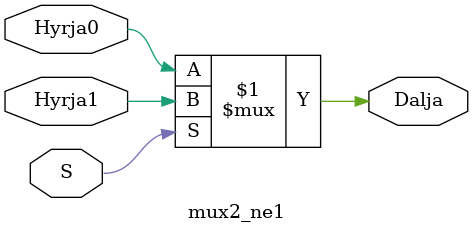
<source format=v>
`timescale 1ns / 1ps


module mux2_ne1(
    input Hyrja0,
    input Hyrja1,
    input S,
    output Dalja
    );
    
  assign Dalja = S ? Hyrja1 : Hyrja0;  
    
endmodule

</source>
